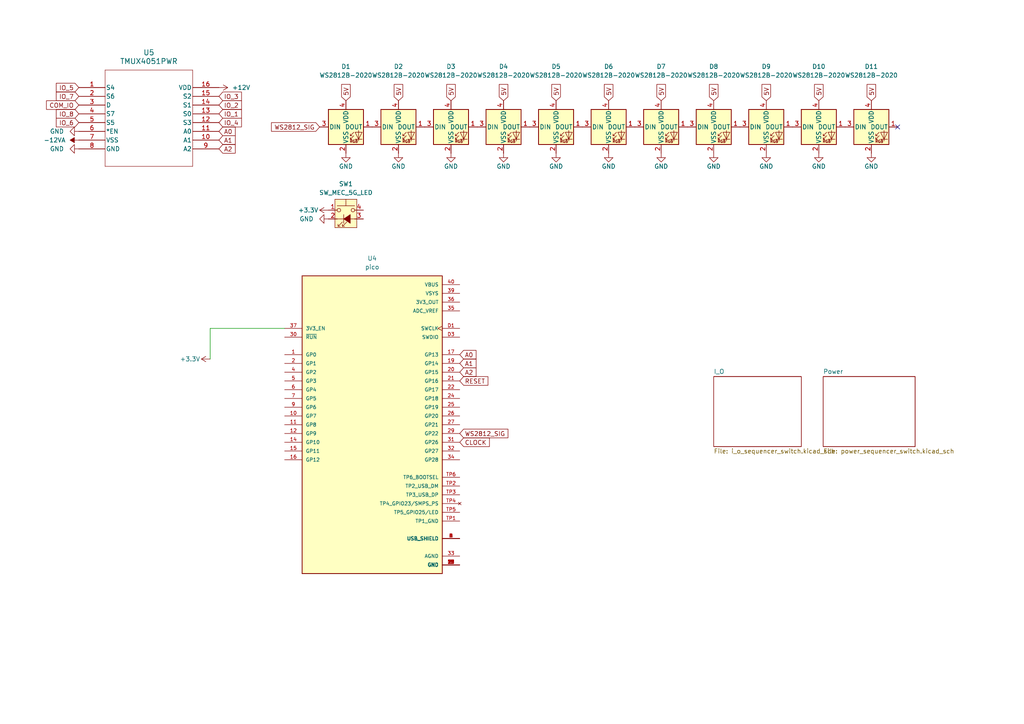
<source format=kicad_sch>
(kicad_sch (version 20231120) (generator "eeschema") (generator_version "8.0")
  (paper "A4")
  (lib_symbols
    (symbol "4ms_Power-symbol:+12V" (power) (pin_names (offset 0))
      (property "Value" "+12V" (at 0 3.556 0))
      (symbol "+12V_0_1"
        (polyline (pts (xy -0.762 1.27) (xy 0 2.54)))
        (polyline (pts (xy 0 0) (xy 0 2.54)))
        (polyline (pts (xy 0 2.54) (xy 0.762 1.27)))
      )
      (symbol "+12V_1_1"
        (pin power_in line (at 0 0 90) (length 0) hide (name "+12V") (number "1"))
      )
    )
    (symbol "4ms_Power-symbol:+3.3V" (power) (pin_names (offset 0))
      (property "Value" "+3.3V" (at 0 3.556 0))
      (symbol "+3.3V_0_1"
        (polyline (pts (xy -0.762 1.27) (xy 0 2.54)))
        (polyline (pts (xy 0 0) (xy 0 2.54)))
        (polyline (pts (xy 0 2.54) (xy 0.762 1.27)))
      )
      (symbol "+3.3V_1_1"
        (pin power_in line (at 0 0 90) (length 0) hide (name "+3V3") (number "1"))
      )
    )
    (symbol "4ms_Power-symbol:-12VA" (power) (pin_names (offset 0))
      (property "Value" "-12VA" (at 0 3.556 0))
      (symbol "-12VA_0_0"
        (pin power_in line (at 0 0 90) (length 0) hide (name "-12VA") (number "1"))
      )
      (symbol "-12VA_0_1"
        (polyline (pts (xy 0 0) (xy 0 1.27) (xy 0.762 1.27) (xy 0 2.54) (xy -0.762 1.27) (xy 0 1.27)) (fill (type outline)))
      )
    )
    (symbol "4ms_Power-symbol:GND" (power) (pin_names (offset 0))
      (property "Value" "GND" (at 0 -3.81 0))
      (symbol "GND_0_1"
        (polyline (pts (xy 0 0) (xy 0 -1.27) (xy 1.27 -1.27) (xy 0 -2.54) (xy -1.27 -1.27) (xy 0 -1.27)))
      )
      (symbol "GND_1_1"
        (pin power_in line (at 0 0 270) (length 0) hide (name "GND") (number "1"))
      )
    )
    (symbol "LED:WS2812B-2020" (pin_names (offset 0.254))
      (property "Reference" "D" (at 5.08 5.715 0))
      (property "Value" "WS2812B-2020" (at 1.27 -5.715 0))
      (symbol "WS2812B-2020_0_0"
        (text "RGB" (at 2.286 -4.191 0) (effects (font (size 0.762 0.762))))
      )
      (symbol "WS2812B-2020_0_1"
        (polyline (pts (xy 1.27 -3.556) (xy 1.778 -3.556)))
        (polyline (pts (xy 1.27 -2.54) (xy 1.778 -2.54)))
        (polyline (pts (xy 4.699 -3.556) (xy 2.667 -3.556)))
        (polyline (pts (xy 2.286 -2.54) (xy 1.27 -3.556) (xy 1.27 -3.048)))
        (polyline (pts (xy 2.286 -1.524) (xy 1.27 -2.54) (xy 1.27 -2.032)))
        (polyline (pts (xy 3.683 -1.016) (xy 3.683 -3.556) (xy 3.683 -4.064)))
        (polyline (pts (xy 4.699 -1.524) (xy 2.667 -1.524) (xy 3.683 -3.556) (xy 4.699 -1.524)))
        (rectangle (start 5.08 5.08) (end -5.08 -5.08) (stroke (width 0.254)) (fill (type background)))
      )
      (symbol "WS2812B-2020_1_1"
        (pin output line (at 7.62 0 180) (length 2.54) (name "DOUT") (number "1"))
        (pin power_in line (at 0 -7.62 90) (length 2.54) (name "VSS") (number "2"))
        (pin input line (at -7.62 0 0) (length 2.54) (name "DIN") (number "3"))
        (pin power_in line (at 0 7.62 270) (length 2.54) (name "VDD") (number "4"))
      )
    )
    (symbol "Switch:SW_MEC_5G_LED" (pin_names (offset 1.016) hide)
      (property "Reference" "SW" (at 0 7.62 0))
      (property "Value" "SW_MEC_5G_LED" (at 0 -3.81 0))
      (symbol "SW_MEC_5G_LED_0_0"
        (polyline (pts (xy -2.54 0) (xy 2.54 0)))
        (polyline (pts (xy -2.286 -2.159) (xy -1.016 -0.889)))
        (polyline (pts (xy -1.016 -2.159) (xy 0.254 -0.889)))
        (polyline (pts (xy -0.635 1.27) (xy -0.635 -1.27)))
        (polyline (pts (xy -2.286 -1.524) (xy -2.286 -2.159) (xy -1.651 -2.159)))
        (polyline (pts (xy -1.016 -1.524) (xy -1.016 -2.159) (xy -0.381 -2.159)))
        (polyline (pts (xy -0.635 0) (xy 1.27 1.27) (xy 1.27 -1.27) (xy -0.635 0)) (fill (type outline)))
      )
      (symbol "SW_MEC_5G_LED_0_1"
        (circle (center -2.032 2.54) (radius 0.508))
        (polyline (pts (xy 0 3.81) (xy 0 5.588)))
        (polyline (pts (xy 2.54 3.81) (xy -2.54 3.81)))
        (circle (center 2.032 2.54) (radius 0.508))
        (pin passive line (at -5.08 2.54 0) (length 2.54) (name "1") (number "1"))
        (pin passive line (at -5.08 0 0) (length 2.54) (name "2") (number "2"))
        (pin passive line (at 5.08 0 180) (length 2.54) (name "K") (number "3"))
        (pin passive line (at 5.08 2.54 180) (length 2.54) (name "A") (number "4"))
      )
      (symbol "SW_MEC_5G_LED_1_1"
        (rectangle (start -3.175 5.715) (end 3.175 -2.54) (fill (type background)))
      )
    )
    (symbol "TMUX4051:TMUX4051PWR" (pin_names (offset 0.254))
      (property "Reference" "U" (at 20.32 10.16 0))
      (property "Value" "TMUX4051PWR" (at 20.32 7.62 0))
      (symbol "TMUX4051PWR_0_1"
        (polyline (pts (xy 7.62 -22.86) (xy 33.02 -22.86)) (stroke (width 0.127)))
        (polyline (pts (xy 7.62 5.08) (xy 7.62 -22.86)) (stroke (width 0.127)))
        (polyline (pts (xy 33.02 -22.86) (xy 33.02 5.08)) (stroke (width 0.127)))
        (polyline (pts (xy 33.02 5.08) (xy 7.62 5.08)) (stroke (width 0.127)))
        (pin bidirectional line (at 0 0 0) (length 7.62) (name "S4") (number "1"))
        (pin input line (at 40.64 -15.24 180) (length 7.62) (name "A1") (number "10"))
        (pin input line (at 40.64 -12.7 180) (length 7.62) (name "A0") (number "11"))
        (pin bidirectional line (at 40.64 -10.16 180) (length 7.62) (name "S3") (number "12"))
        (pin bidirectional line (at 40.64 -7.62 180) (length 7.62) (name "S0") (number "13"))
        (pin bidirectional line (at 40.64 -5.08 180) (length 7.62) (name "S1") (number "14"))
        (pin bidirectional line (at 40.64 -2.54 180) (length 7.62) (name "S2") (number "15"))
        (pin power_in line (at 40.64 0 180) (length 7.62) (name "VDD") (number "16"))
        (pin bidirectional line (at 0 -2.54 0) (length 7.62) (name "S6") (number "2"))
        (pin bidirectional line (at 0 -5.08 0) (length 7.62) (name "D") (number "3"))
        (pin bidirectional line (at 0 -7.62 0) (length 7.62) (name "S7") (number "4"))
        (pin bidirectional line (at 0 -10.16 0) (length 7.62) (name "S5") (number "5"))
        (pin input line (at 0 -12.7 0) (length 7.62) (name "*EN") (number "6"))
        (pin power_out line (at 0 -15.24 0) (length 7.62) (name "VSS") (number "7"))
        (pin power_out line (at 0 -17.78 0) (length 7.62) (name "GND") (number "8"))
        (pin input line (at 40.64 -17.78 180) (length 7.62) (name "A2") (number "9"))
      )
    )
    (symbol "pico:pico" (pin_names (offset 1.016))
      (property "Reference" "U" (at -20.32 44.069 0))
      (property "Value" "pico" (at -20.32 -45.72 0))
      (symbol "pico_0_0"
        (rectangle (start -20.32 -43.18) (end 20.32 43.18) (stroke (width 0.254)) (fill (type background)))
        (pin bidirectional line (at -25.4 20.32 0) (length 5.08) (name "GP0") (number "1"))
        (pin bidirectional line (at -25.4 2.54 0) (length 5.08) (name "GP7") (number "10"))
        (pin bidirectional line (at -25.4 0 0) (length 5.08) (name "GP8") (number "11"))
        (pin bidirectional line (at -25.4 -2.54 0) (length 5.08) (name "GP9") (number "12"))
        (pin power_in line (at 25.4 -40.64 180) (length 5.08) (name "GND") (number "13"))
        (pin bidirectional line (at -25.4 -5.08 0) (length 5.08) (name "GP10") (number "14"))
        (pin bidirectional line (at -25.4 -7.62 0) (length 5.08) (name "GP11") (number "15"))
        (pin bidirectional line (at -25.4 -10.16 0) (length 5.08) (name "GP12") (number "16"))
        (pin bidirectional line (at 25.4 20.32 180) (length 5.08) (name "GP13") (number "17"))
        (pin power_in line (at 25.4 -40.64 180) (length 5.08) (name "GND") (number "18"))
        (pin bidirectional line (at 25.4 17.78 180) (length 5.08) (name "GP14") (number "19"))
        (pin bidirectional line (at -25.4 17.78 0) (length 5.08) (name "GP1") (number "2"))
        (pin bidirectional line (at 25.4 15.24 180) (length 5.08) (name "GP15") (number "20"))
        (pin bidirectional line (at 25.4 12.7 180) (length 5.08) (name "GP16") (number "21"))
        (pin bidirectional line (at 25.4 10.16 180) (length 5.08) (name "GP17") (number "22"))
        (pin power_in line (at 25.4 -40.64 180) (length 5.08) (name "GND") (number "23"))
        (pin bidirectional line (at 25.4 7.62 180) (length 5.08) (name "GP18") (number "24"))
        (pin bidirectional line (at 25.4 5.08 180) (length 5.08) (name "GP19") (number "25"))
        (pin bidirectional line (at 25.4 2.54 180) (length 5.08) (name "GP20") (number "26"))
        (pin bidirectional line (at 25.4 0 180) (length 5.08) (name "GP21") (number "27"))
        (pin power_in line (at 25.4 -40.64 180) (length 5.08) (name "GND") (number "28"))
        (pin bidirectional line (at 25.4 -2.54 180) (length 5.08) (name "GP22") (number "29"))
        (pin power_in line (at 25.4 -40.64 180) (length 5.08) (name "GND") (number "3"))
        (pin input line (at -25.4 25.4 0) (length 5.08) (name "~{RUN}") (number "30"))
        (pin bidirectional line (at 25.4 -5.08 180) (length 5.08) (name "GP26") (number "31"))
        (pin bidirectional line (at 25.4 -7.62 180) (length 5.08) (name "GP27") (number "32"))
        (pin power_in line (at 25.4 -38.1 180) (length 5.08) (name "AGND") (number "33"))
        (pin bidirectional line (at 25.4 -10.16 180) (length 5.08) (name "GP28") (number "34"))
        (pin power_in line (at 25.4 33.02 180) (length 5.08) (name "ADC_VREF") (number "35"))
        (pin power_in line (at 25.4 35.56 180) (length 5.08) (name "3V3_OUT") (number "36"))
        (pin input line (at -25.4 27.94 0) (length 5.08) (name "3V3_EN") (number "37"))
        (pin power_in line (at 25.4 -40.64 180) (length 5.08) (name "GND") (number "38"))
        (pin power_in line (at 25.4 38.1 180) (length 5.08) (name "VSYS") (number "39"))
        (pin bidirectional line (at -25.4 15.24 0) (length 5.08) (name "GP2") (number "4"))
        (pin power_in line (at 25.4 40.64 180) (length 5.08) (name "VBUS") (number "40"))
        (pin bidirectional line (at -25.4 12.7 0) (length 5.08) (name "GP3") (number "5"))
        (pin bidirectional line (at -25.4 10.16 0) (length 5.08) (name "GP4") (number "6"))
        (pin bidirectional line (at -25.4 7.62 0) (length 5.08) (name "GP5") (number "7"))
        (pin power_in line (at 25.4 -40.64 180) (length 5.08) (name "GND") (number "8"))
        (pin bidirectional line (at -25.4 5.08 0) (length 5.08) (name "GP6") (number "9"))
        (pin power_in line (at 25.4 -33.02 180) (length 5.08) (name "USB_SHIELD") (number "A"))
        (pin power_in line (at 25.4 -33.02 180) (length 5.08) (name "USB_SHIELD") (number "B"))
        (pin power_in line (at 25.4 -33.02 180) (length 5.08) (name "USB_SHIELD") (number "C"))
        (pin power_in line (at 25.4 -33.02 180) (length 5.08) (name "USB_SHIELD") (number "D"))
        (pin input clock (at 25.4 27.94 180) (length 5.08) (name "SWCLK") (number "D1"))
        (pin power_in line (at 25.4 -40.64 180) (length 5.08) (name "GND") (number "D2"))
        (pin bidirectional line (at 25.4 25.4 180) (length 5.08) (name "SWDIO") (number "D3"))
        (pin power_in line (at 25.4 -27.94 180) (length 5.08) (name "TP1_GND") (number "TP1"))
        (pin bidirectional line (at 25.4 -17.78 180) (length 5.08) (name "TP2_USB_DM") (number "TP2"))
        (pin bidirectional line (at 25.4 -20.32 180) (length 5.08) (name "TP3_USB_DP") (number "TP3"))
        (pin no_connect line (at 25.4 -22.86 180) (length 5.08) (name "TP4_GPIO23/SMPS_PS") (number "TP4"))
        (pin output line (at 25.4 -25.4 180) (length 5.08) (name "TP5_GPIO25/LED") (number "TP5"))
        (pin input line (at 25.4 -15.24 180) (length 5.08) (name "TP6_BOOTSEL") (number "TP6"))
      )
    )
  )
  (no_connect (at 260.35 36.83))
  (wire (pts (xy 82.55 95.25) (xy 60.96 95.25)))
  (wire (pts (xy 60.96 95.25) (xy 60.96 104.14)))
  (global_label "5V" (shape input) (at 115.57 29.21 90) (property "Intersheetrefs" "${INTERSHEET_REFS}" (effects (hide yes))))
  (global_label "5V" (shape input) (at 237.49 29.21 90) (property "Intersheetrefs" "${INTERSHEET_REFS}" (effects (hide yes))))
  (global_label "IO_4" (shape input) (at 63.5 35.56 0) (property "Intersheetrefs" "${INTERSHEET_REFS}" (effects (hide yes))))
  (global_label "5V" (shape input) (at 252.73 29.21 90) (property "Intersheetrefs" "${INTERSHEET_REFS}" (effects (hide yes))))
  (global_label "IO_2" (shape input) (at 63.5 30.48 0) (property "Intersheetrefs" "${INTERSHEET_REFS}" (effects (hide yes))))
  (global_label "CLOCK" (shape input) (at 133.35 128.27 0) (property "Intersheetrefs" "${INTERSHEET_REFS}" (effects (hide yes))))
  (global_label "A2" (shape input) (at 63.5 43.18 0) (property "Intersheetrefs" "${INTERSHEET_REFS}" (effects (hide yes))))
  (global_label "5V" (shape input) (at 207.01 29.21 90) (property "Intersheetrefs" "${INTERSHEET_REFS}" (effects (hide yes))))
  (global_label "5V" (shape input) (at 161.29 29.21 90) (property "Intersheetrefs" "${INTERSHEET_REFS}" (effects (hide yes))))
  (global_label "WS2812_SIG" (shape input) (at 133.35 125.73 0) (property "Intersheetrefs" "${INTERSHEET_REFS}" (effects (hide yes))))
  (global_label "5V" (shape input) (at 146.05 29.21 90) (property "Intersheetrefs" "${INTERSHEET_REFS}" (effects (hide yes))))
  (global_label "A0" (shape input) (at 133.35 102.87 0) (property "Intersheetrefs" "${INTERSHEET_REFS}" (effects (hide yes))))
  (global_label "5V" (shape input) (at 222.25 29.21 90) (property "Intersheetrefs" "${INTERSHEET_REFS}" (effects (hide yes))))
  (global_label "WS2812_SIG" (shape input) (at 92.71 36.83 180) (property "Intersheetrefs" "${INTERSHEET_REFS}" (effects (hide yes))))
  (global_label "A0" (shape input) (at 63.5 38.1 0) (property "Intersheetrefs" "${INTERSHEET_REFS}" (effects (hide yes))))
  (global_label "5V" (shape input) (at 130.81 29.21 90) (property "Intersheetrefs" "${INTERSHEET_REFS}" (effects (hide yes))))
  (global_label "COM_IO" (shape input) (at 22.86 30.48 180) (property "Intersheetrefs" "${INTERSHEET_REFS}" (effects (hide yes))))
  (global_label "IO_3" (shape input) (at 63.5 27.94 0) (property "Intersheetrefs" "${INTERSHEET_REFS}" (effects (hide yes))))
  (global_label "5V" (shape input) (at 176.53 29.21 90) (property "Intersheetrefs" "${INTERSHEET_REFS}" (effects (hide yes))))
  (global_label "IO_7" (shape input) (at 22.86 27.94 180) (property "Intersheetrefs" "${INTERSHEET_REFS}" (effects (hide yes))))
  (global_label "A1" (shape input) (at 63.5 40.64 0) (property "Intersheetrefs" "${INTERSHEET_REFS}" (effects (hide yes))))
  (global_label "IO_1" (shape input) (at 63.5 33.02 0) (property "Intersheetrefs" "${INTERSHEET_REFS}" (effects (hide yes))))
  (global_label "5V" (shape input) (at 191.77 29.21 90) (property "Intersheetrefs" "${INTERSHEET_REFS}" (effects (hide yes))))
  (global_label "5V" (shape input) (at 100.33 29.21 90) (property "Intersheetrefs" "${INTERSHEET_REFS}" (effects (hide yes))))
  (global_label "IO_8" (shape input) (at 22.86 33.02 180) (property "Intersheetrefs" "${INTERSHEET_REFS}" (effects (hide yes))))
  (global_label "IO_6" (shape input) (at 22.86 35.56 180) (property "Intersheetrefs" "${INTERSHEET_REFS}" (effects (hide yes))))
  (global_label "A1" (shape input) (at 133.35 105.41 0) (property "Intersheetrefs" "${INTERSHEET_REFS}" (effects (hide yes))))
  (global_label "RESET" (shape input) (at 133.35 110.49 0) (property "Intersheetrefs" "${INTERSHEET_REFS}" (effects (hide yes))))
  (global_label "A2" (shape input) (at 133.35 107.95 0) (property "Intersheetrefs" "${INTERSHEET_REFS}" (effects (hide yes))))
  (global_label "IO_5" (shape input) (at 22.86 25.4 180) (property "Intersheetrefs" "${INTERSHEET_REFS}" (effects (hide yes))))
  (symbol (lib_id "LED:WS2812B-2020") (at 115.57 36.83 0) (unit 1)
    (property "Reference" "D2" (at 115.57 19.304 0))
    (property "Value" "WS2812B-2020" (at 115.57 21.844 0))
    (property "Footprint" "LED_SMD:LED_WS2812B-2020_PLCC4_2.0x2.0mm" (effects (hide yes)))
    (property "Datasheet" "https://cdn-shop.adafruit.com/product-files/4684/4684_WS2812B-2020_V1.3_EN.pdf" (effects (hide yes)))
    (property "Description" "RGB LED with integrated controller, 2.0 x 2.0 mm, 12 mA" (effects (hide yes)))
  )
  (symbol (lib_id "4ms_Power-symbol:GND") (at 237.49 44.45 0) (unit 1)
    (property "Reference" "#PWR071" (effects (hide yes)))
    (property "Value" "GND" (at 237.49 48.26 0))
  )
  (symbol (lib_id "4ms_Power-symbol:GND") (at 146.05 44.45 0) (unit 1)
    (property "Reference" "#PWR065" (effects (hide yes)))
    (property "Value" "GND" (at 146.05 48.26 0))
  )
  (symbol (lib_id "4ms_Power-symbol:GND") (at 115.57 44.45 0) (unit 1)
    (property "Reference" "#PWR063" (effects (hide yes)))
    (property "Value" "GND" (at 115.57 48.26 0))
  )
  (symbol (lib_id "LED:WS2812B-2020") (at 222.25 36.83 0) (unit 1)
    (property "Reference" "D9" (at 222.25 19.304 0))
    (property "Value" "WS2812B-2020" (at 222.25 21.844 0))
    (property "Footprint" "LED_SMD:LED_WS2812B-2020_PLCC4_2.0x2.0mm" (effects (hide yes)))
    (property "Datasheet" "https://cdn-shop.adafruit.com/product-files/4684/4684_WS2812B-2020_V1.3_EN.pdf" (effects (hide yes)))
    (property "Description" "RGB LED with integrated controller, 2.0 x 2.0 mm, 12 mA" (effects (hide yes)))
  )
  (symbol (lib_id "4ms_Power-symbol:GND") (at 22.86 43.18 270) (unit 1)
    (property "Reference" "#PWR054" (effects (hide yes)))
    (property "Value" "GND" (at 16.51 43.18 90))
  )
  (symbol (lib_id "4ms_Power-symbol:GND") (at 130.81 44.45 0) (unit 1)
    (property "Reference" "#PWR064" (effects (hide yes)))
    (property "Value" "GND" (at 130.81 48.26 0))
  )
  (symbol (lib_id "LED:WS2812B-2020") (at 130.81 36.83 0) (unit 1)
    (property "Reference" "D3" (at 130.81 19.304 0))
    (property "Value" "WS2812B-2020" (at 130.81 21.844 0))
    (property "Footprint" "LED_SMD:LED_WS2812B-2020_PLCC4_2.0x2.0mm" (effects (hide yes)))
    (property "Datasheet" "https://cdn-shop.adafruit.com/product-files/4684/4684_WS2812B-2020_V1.3_EN.pdf" (effects (hide yes)))
    (property "Description" "RGB LED with integrated controller, 2.0 x 2.0 mm, 12 mA" (effects (hide yes)))
  )
  (symbol (lib_id "4ms_Power-symbol:-12VA") (at 22.86 40.64 90) (unit 1)
    (property "Reference" "#PWR056" (effects (hide yes)))
    (property "Value" "-12VA" (at 19.05 40.6399 90) (effects (justify left)))
  )
  (symbol (lib_id "LED:WS2812B-2020") (at 100.33 36.83 0) (unit 1)
    (property "Reference" "D1" (at 100.33 19.304 0))
    (property "Value" "WS2812B-2020" (at 100.33 21.844 0))
    (property "Footprint" "LED_SMD:LED_WS2812B-2020_PLCC4_2.0x2.0mm" (effects (hide yes)))
    (property "Datasheet" "https://cdn-shop.adafruit.com/product-files/4684/4684_WS2812B-2020_V1.3_EN.pdf" (effects (hide yes)))
    (property "Description" "RGB LED with integrated controller, 2.0 x 2.0 mm, 12 mA" (effects (hide yes)))
  )
  (symbol (lib_id "4ms_Power-symbol:GND") (at 176.53 44.45 0) (unit 1)
    (property "Reference" "#PWR067" (effects (hide yes)))
    (property "Value" "GND" (at 176.53 48.26 0))
  )
  (symbol (lib_id "TMUX4051:TMUX4051PWR") (at 22.86 25.4 0) (unit 1)
    (property "Reference" "U5" (at 43.18 15.24 0) (effects (font (size 1.524 1.524))))
    (property "Value" "TMUX4051PWR" (at 43.18 17.78 0) (effects (font (size 1.524 1.524))))
    (property "Footprint" "TMUX4051:TSSOP16_PW_TEX" (effects (hide yes)))
    (property "Datasheet" "TMUX4051PWR" (effects (hide yes)))
  )
  (symbol (lib_id "4ms_Power-symbol:GND") (at 22.86 38.1 270) (unit 1)
    (property "Reference" "#PWR055" (effects (hide yes)))
    (property "Value" "GND" (at 16.51 38.1 90))
  )
  (symbol (lib_id "4ms_Power-symbol:GND") (at 207.01 44.45 0) (unit 1)
    (property "Reference" "#PWR069" (effects (hide yes)))
    (property "Value" "GND" (at 207.01 48.26 0))
  )
  (symbol (lib_id "LED:WS2812B-2020") (at 237.49 36.83 0) (unit 1)
    (property "Reference" "D10" (at 237.49 19.304 0))
    (property "Value" "WS2812B-2020" (at 237.49 21.844 0))
    (property "Footprint" "LED_SMD:LED_WS2812B-2020_PLCC4_2.0x2.0mm" (effects (hide yes)))
    (property "Datasheet" "https://cdn-shop.adafruit.com/product-files/4684/4684_WS2812B-2020_V1.3_EN.pdf" (effects (hide yes)))
    (property "Description" "RGB LED with integrated controller, 2.0 x 2.0 mm, 12 mA" (effects (hide yes)))
  )
  (symbol (lib_id "4ms_Power-symbol:GND") (at 222.25 44.45 0) (unit 1)
    (property "Reference" "#PWR070" (effects (hide yes)))
    (property "Value" "GND" (at 222.25 48.26 0))
  )
  (symbol (lib_id "pico:pico") (at 107.95 123.19 0) (unit 1)
    (property "Reference" "U4" (at 107.95 74.93 0))
    (property "Value" "pico" (at 107.95 77.47 0))
    (property "Footprint" "SC0915:MODULE_SC0915" (effects (hide yes)))
    (property "MF" "Raspberry Pi" (effects (hide yes)))
    (property "Description_1" "\n                        \n                            Raspberry Pi Pico Embedded Dev Module | Raspberry Pi SC0915\n                        \n" (effects (hide yes)))
    (property "Package" "None" (effects (hide yes)))
    (property "Price" "None" (effects (hide yes)))
    (property "Check_prices" "https://www.snapeda.com/parts/SC0915/Raspberry+Pi/view-part/?ref=eda" (effects (hide yes)))
    (property "STANDARD" "Manufacturer Recommendations" (effects (hide yes)))
    (property "PARTREV" "1.9" (effects (hide yes)))
    (property "SnapEDA_Link" "https://www.snapeda.com/parts/SC0915/Raspberry+Pi/view-part/?ref=snap" (effects (hide yes)))
    (property "MP" "SC0915" (effects (hide yes)))
    (property "MANUFACTURER" "Pi Supply" (effects (hide yes)))
    (property "Availability" "In Stock" (effects (hide yes)))
    (property "SNAPEDA_PN" "SC0915" (effects (hide yes)))
  )
  (symbol (lib_id "4ms_Power-symbol:+3.3V") (at 60.96 104.14 90) (unit 1)
    (property "Reference" "#PWR01" (effects (hide yes)))
    (property "Value" "+3.3V" (at 55.118 104.14 90))
  )
  (symbol (lib_id "4ms_Power-symbol:GND") (at 191.77 44.45 0) (unit 1)
    (property "Reference" "#PWR068" (effects (hide yes)))
    (property "Value" "GND" (at 191.77 48.26 0))
  )
  (symbol (lib_id "Switch:SW_MEC_5G_LED") (at 100.33 63.5 0) (unit 1)
    (property "Reference" "SW1" (at 100.33 53.34 0))
    (property "Value" "SW_MEC_5G_LED" (at 100.33 55.88 0))
    (property "Datasheet" "http://www.apem.com/int/index.php?controller=attachment&id_attachment=488" (effects (hide yes)))
    (property "Description" "MEC 5G single pole normally-open illuminated tactile switch" (effects (hide yes)))
  )
  (symbol (lib_id "LED:WS2812B-2020") (at 161.29 36.83 0) (unit 1)
    (property "Reference" "D5" (at 161.29 19.304 0))
    (property "Value" "WS2812B-2020" (at 161.29 21.844 0))
    (property "Footprint" "LED_SMD:LED_WS2812B-2020_PLCC4_2.0x2.0mm" (effects (hide yes)))
    (property "Datasheet" "https://cdn-shop.adafruit.com/product-files/4684/4684_WS2812B-2020_V1.3_EN.pdf" (effects (hide yes)))
    (property "Description" "RGB LED with integrated controller, 2.0 x 2.0 mm, 12 mA" (effects (hide yes)))
  )
  (symbol (lib_id "4ms_Power-symbol:GND") (at 95.25 63.5 270) (unit 1)
    (property "Reference" "#PWR074" (effects (hide yes)))
    (property "Value" "GND" (at 88.9 63.5 90))
  )
  (symbol (lib_id "LED:WS2812B-2020") (at 146.05 36.83 0) (unit 1)
    (property "Reference" "D4" (at 146.05 19.304 0))
    (property "Value" "WS2812B-2020" (at 146.05 21.844 0))
    (property "Footprint" "LED_SMD:LED_WS2812B-2020_PLCC4_2.0x2.0mm" (effects (hide yes)))
    (property "Datasheet" "https://cdn-shop.adafruit.com/product-files/4684/4684_WS2812B-2020_V1.3_EN.pdf" (effects (hide yes)))
    (property "Description" "RGB LED with integrated controller, 2.0 x 2.0 mm, 12 mA" (effects (hide yes)))
  )
  (symbol (lib_id "LED:WS2812B-2020") (at 176.53 36.83 0) (unit 1)
    (property "Reference" "D6" (at 176.53 19.304 0))
    (property "Value" "WS2812B-2020" (at 176.53 21.844 0))
    (property "Footprint" "LED_SMD:LED_WS2812B-2020_PLCC4_2.0x2.0mm" (effects (hide yes)))
    (property "Datasheet" "https://cdn-shop.adafruit.com/product-files/4684/4684_WS2812B-2020_V1.3_EN.pdf" (effects (hide yes)))
    (property "Description" "RGB LED with integrated controller, 2.0 x 2.0 mm, 12 mA" (effects (hide yes)))
  )
  (symbol (lib_id "4ms_Power-symbol:+3.3V") (at 95.25 60.96 90) (unit 1)
    (property "Reference" "#PWR073" (effects (hide yes)))
    (property "Value" "+3.3V" (at 89.408 60.96 90))
  )
  (symbol (lib_id "4ms_Power-symbol:GND") (at 161.29 44.45 0) (unit 1)
    (property "Reference" "#PWR066" (effects (hide yes)))
    (property "Value" "GND" (at 161.29 48.26 0))
  )
  (symbol (lib_id "LED:WS2812B-2020") (at 252.73 36.83 0) (unit 1)
    (property "Reference" "D11" (at 252.73 19.304 0))
    (property "Value" "WS2812B-2020" (at 252.73 21.844 0))
    (property "Footprint" "LED_SMD:LED_WS2812B-2020_PLCC4_2.0x2.0mm" (effects (hide yes)))
    (property "Datasheet" "https://cdn-shop.adafruit.com/product-files/4684/4684_WS2812B-2020_V1.3_EN.pdf" (effects (hide yes)))
    (property "Description" "RGB LED with integrated controller, 2.0 x 2.0 mm, 12 mA" (effects (hide yes)))
  )
  (symbol (lib_id "4ms_Power-symbol:+12V") (at 63.5 25.4 270) (unit 1)
    (property "Reference" "#PWR057" (effects (hide yes)))
    (property "Value" "+12V" (at 67.31 25.3999 90) (effects (justify left)))
  )
  (symbol (lib_id "LED:WS2812B-2020") (at 207.01 36.83 0) (unit 1)
    (property "Reference" "D8" (at 207.01 19.304 0))
    (property "Value" "WS2812B-2020" (at 207.01 21.844 0))
    (property "Footprint" "LED_SMD:LED_WS2812B-2020_PLCC4_2.0x2.0mm" (effects (hide yes)))
    (property "Datasheet" "https://cdn-shop.adafruit.com/product-files/4684/4684_WS2812B-2020_V1.3_EN.pdf" (effects (hide yes)))
    (property "Description" "RGB LED with integrated controller, 2.0 x 2.0 mm, 12 mA" (effects (hide yes)))
  )
  (symbol (lib_id "4ms_Power-symbol:GND") (at 100.33 44.45 0) (unit 1)
    (property "Reference" "#PWR062" (effects (hide yes)))
    (property "Value" "GND" (at 100.33 48.26 0))
  )
  (symbol (lib_id "LED:WS2812B-2020") (at 191.77 36.83 0) (unit 1)
    (property "Reference" "D7" (at 191.77 19.304 0))
    (property "Value" "WS2812B-2020" (at 191.77 21.844 0))
    (property "Footprint" "LED_SMD:LED_WS2812B-2020_PLCC4_2.0x2.0mm" (effects (hide yes)))
    (property "Datasheet" "https://cdn-shop.adafruit.com/product-files/4684/4684_WS2812B-2020_V1.3_EN.pdf" (effects (hide yes)))
    (property "Description" "RGB LED with integrated controller, 2.0 x 2.0 mm, 12 mA" (effects (hide yes)))
  )
  (symbol (lib_id "4ms_Power-symbol:GND") (at 252.73 44.45 0) (unit 1)
    (property "Reference" "#PWR072" (effects (hide yes)))
    (property "Value" "GND" (at 252.73 48.26 0))
  )
  (sheet (at 207.01 109.22) (size 25.4 20.32) (stroke (width 0.1524))
    (property "Sheetname" "I_O" (at 207.01 108.5084 0) (effects (justify left bottom)))
    (property "Sheetfile" "i_o_sequencer_switch.kicad_sch" (at 207.01 130.1246 0) (effects (justify left top)))
  )
  (sheet (at 238.76 109.22) (size 26.67 20.32) (stroke (width 0.1524))
    (property "Sheetname" "Power" (at 238.76 108.5084 0) (effects (justify left bottom)))
    (property "Sheetfile" "power_sequencer_switch.kicad_sch" (at 238.76 130.1246 0) (effects (justify left top)))
  )
)
</source>
